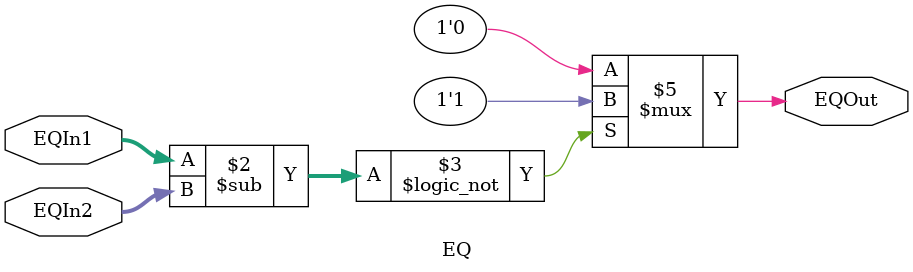
<source format=v>
`timescale 1ns / 1ps
/*
    Equal Module Checker 
*/
module EQ (input [31:0] EQIn1, EQIn2,
           output reg EQOut);
           
always @ *
    if ((EQIn1 - EQIn2) == 0)
        EQOut = 1'b1;
    else 
        EQOut = 1'b0;
        
endmodule

</source>
